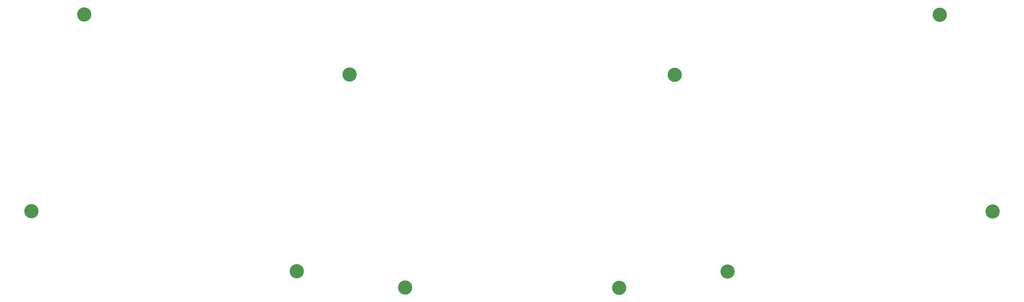
<source format=gbs>
G04 #@! TF.GenerationSoftware,KiCad,Pcbnew,8.0.2*
G04 #@! TF.CreationDate,2024-06-03T01:18:32+01:00*
G04 #@! TF.ProjectId,Ashwing66_topplate,41736877-696e-4673-9636-5f746f70706c,1*
G04 #@! TF.SameCoordinates,Original*
G04 #@! TF.FileFunction,Soldermask,Bot*
G04 #@! TF.FilePolarity,Negative*
%FSLAX46Y46*%
G04 Gerber Fmt 4.6, Leading zero omitted, Abs format (unit mm)*
G04 Created by KiCad (PCBNEW 8.0.2) date 2024-06-03 01:18:32*
%MOMM*%
%LPD*%
G01*
G04 APERTURE LIST*
%ADD10C,4.000000*%
G04 APERTURE END LIST*
D10*
X182412813Y-191449989D03*
X152022060Y-186930278D03*
X166826509Y-131679322D03*
X92452975Y-114830939D03*
X77648526Y-170081896D03*
X347204984Y-170154664D03*
X258026999Y-131752090D03*
X332400534Y-114903706D03*
X242440696Y-191522758D03*
X272831448Y-187003047D03*
M02*

</source>
